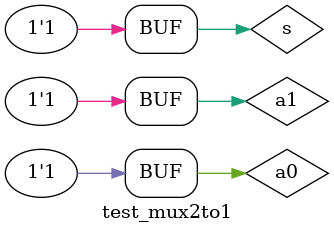
<source format=v>

module mux2to1(sel, i1, i0, f);
    input i0, i1, sel;
    output f;
    wire nsel, w1, w2;
    not(nsel, sel);
    and(w1, i0, nsel);
    and(w2, i1, sel);
    or(f, w1, w2);
endmodule

module test_mux2to1;
  reg s, a1, a0;
  wire q;
  mux2to1 mux(.sel(s), .i1(a1), .i0(a0), .f(q));
  initial begin
    $monitor("sel = %b: i0 = %b, i1 = %b --> f = %b", s, a0, a1, q);
    s = 1'b0; a1=1'b0; a0=1'b0;
    #10
    s = 1'b0; a1=1'b1; a0=1'b1;
    #10
    s = 1'b0; a1=1'b1; a0=1'b0;
    #10
    s = 1'b0; a1=1'b1; a0=1'b1;
    #10
    s = 1'b1; a1=1'b0; a0=1'b0;
    #10
    s = 1'b1; a1=1'b0; a0=1'b1;
    #10
    s = 1'b1; a1=1'b1; a0=1'b0;
    #10
    s = 1'b1; a1=1'b1; a0=1'b1;
  end
endmodule

</source>
